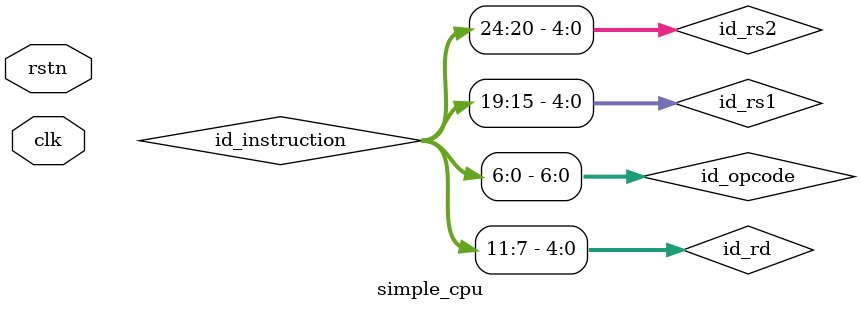
<source format=v>


module simple_cpu
#(parameter DATA_WIDTH = 32)(
  input clk,
  input rstn
);

///////////////////////////////////////////////////////////////////////////////
// TODO:  Declare all wires / registers that are needed
///////////////////////////////////////////////////////////////////////////////
// e.g., wire [DATA_WIDTH-1:0] if_pc_plus_4;
// 1) Pipeline registers (wires to / from pipeline register modules)
// 2) In / Out ports for other modules
// 3) Additional wires for multiplexers or other mdoules you instantiate

////////////////
// ### IF ### //
////////////////

wire [DATA_WIDTH-1:0] if_pc_plus_4;
wire [DATA_WIDTH-1:0] if_instruction;

// flush
wire ifid_flush;

////////////////
// ### ID ### //
////////////////

wire [DATA_WIDTH-1:0] id_PC;
wire [DATA_WIDTH-1:0] id_pc_plus_4;
wire [DATA_WIDTH-1:0] id_instruction;

// from register file 
wire [DATA_WIDTH-1:0] id_readdata1, id_readdata2;

// 5 bits for each (because there exist 32 registers)
wire [4:0] id_rs1, id_rs2, id_rd;

wire [6:0] id_opcode;
wire [6:0] id_funct7;
wire [2:0] id_funct3;

// control unit 
wire [1:0] id_jump;
wire id_branch;
wire id_memread;
wire id_memtoreg;
wire [1:0] id_aluop;
wire id_memwrite;
wire id_alusrc;

// signed extended immediate
wire [DATA_WIDTH-1:0] id_sextimm;

// flush
wire idex_flush;

////////////////
// ### EX ### //
////////////////

wire [DATA_WIDTH-1:0] ex_PC;
wire [DATA_WIDTH-1:0] ex_pc_plus_4;
wire [1:0] ex_jump;
wire ex_branch;
wire [1:0] ex_aluop;
wire ex_alusrc;
wire ex_memread;
wire ex_memwrite;
wire ex_memtoreg;
wire ex_regwrite;
wire [DATA_WIDTH-1:0] ex_sextimm;
wire [6:0] ex_funct7;
wire [2:0] ex_funct3;
wire [DATA_WIDTH-1:0] ex_readdata1;
wire [DATA_WIDTH-1:0] ex_readdata2;
wire [4:0] ex_rs1;
wire [4:0] ex_rs2;
wire [4:0] ex_rd;

wire [DATA_WIDTH-1:0] ex_pc_plus_offset;
wire [DATA_WIDTH-1:0] ex_pc_target;
wire ex_temp_taken;
wire ex_taken;
wire ex_check;
wire [DATA_WIDTH-1:0] ex_alu_result;
wire [3:0] ex_alu_func;
wire [DATA_WIDTH-1:0] ex_alu_in_a;
wire [DATA_WIDTH-1:0] ex_alu_in_b;
wire [DATA_WIDTH-1:0] ex_alu_in_b_temp;

// forwarding
wire [1:0] forward_a;
wire [1:0] forward_b;

// flush
wire exmem_flush;


////////////////
// ### MEM ### //
////////////////

wire [DATA_WIDTH-1:0] mem_pc_plus_4;
wire [DATA_WIDTH-1:0] mem_pc_target;
wire mem_taken;
wire [1:0] mem_jump;
wire mem_memread;
wire mem_memwrite;
wire mem_memtoreg;
wire mem_regwrite;
wire [DATA_WIDTH-1:0] mem_alu_result;
wire [DATA_WIDTH-1:0] mem_writedata;
wire [2:0] mem_funct3;
wire [4:0] mem_rd;

wire [DATA_WIDTH-1:0] mem_readdata;

////////////////
// ### WB ### //
////////////////

wire [DATA_WIDTH-1:0] wb_pc_plus_4; 
wire [1:0] wb_jump;      
wire wb_memtoreg;  
wire wb_regwrite;  
wire [DATA_WIDTH-1:0] wb_readdata;  
wire [DATA_WIDTH-1:0] wb_alu_result;
wire [4:0] wb_rd;        

// for RF write 
wire [DATA_WIDTH-1:0] wb_writedata; 

///////////////////////////////////////////////////////////////////////////////
// Instruction Fetch (IF)
///////////////////////////////////////////////////////////////////////////////

reg [DATA_WIDTH-1:0] PC;    // program counter (32 bits)

wire [DATA_WIDTH-1:0] NEXT_PC;

/* m_next_pc_adder */
adder m_pc_plus_4_adder(
  .in_a   (PC),
  .in_b   (32'h0000_0004),

  .result (if_pc_plus_4)
);

// next_pc 
// 2x1 mux
mux_2x1 m_next_pc_mux(
  .select  (mem_taken),
  .in1  (if_pc_plus_4),
  .in2  (mem_pc_target),

  .out  (NEXT_PC)
);

always @(posedge clk) begin
  if (rstn == 1'b0) begin
    PC <= 32'h00000000;
  end
  else PC <= NEXT_PC;
end

/* instruction: read current instruction from inst mem */
instruction_memory m_instruction_memory(
  .address        (PC),

  .instruction    (if_instruction)
);

/* forward to IF/ID stage registers */
ifid_reg m_ifid_reg(
  // TODO: Add flush or stall signal if it is needed
  .flush          (ifid_flush),
  .clk            (clk),
  .if_PC          (PC),
  .if_pc_plus_4   (if_pc_plus_4),
  .if_instruction (if_instruction),

  .id_PC          (id_PC),
  .id_pc_plus_4   (id_pc_plus_4),
  .id_instruction (id_instruction)
);


//////////////////////////////////////////////////////////////////////////////////
// Instruction Decode (ID)
//////////////////////////////////////////////////////////////////////////////////

/* m_hazard: hazard detection unit */
hazard m_hazard(
  // TODO: implement hazard detection unit & do wiring
  .taken (mem_taken),
  .ifid_flush (ifid_flush),
  .idex_flush (idex_flush),
  .exmem_flush (exmem_flush)
);

// instruction fields
assign id_opcode = id_instruction[6:0];

assign id_funct7 = id_instruction[31:25];
assign id_funct3 = id_instruction[14:12];

// R type
assign id_rs1 = id_instruction[19:15];
assign id_rs2 = id_instruction[24:20];
assign id_rd  = id_instruction[11:7];

/* m_control: control unit */
control m_control(
  .opcode     (id_opcode),

  .jump       (id_jump),
  .branch     (id_branch),
  .alu_op     (id_aluop),
  .alu_src    (id_alusrc),
  .mem_read   (id_memread),
  .mem_to_reg (id_memtoreg),
  .mem_write  (id_memwrite),
  .reg_write  (id_regwrite)
);

/* m_imm_generator: immediate generator */
immediate_generator m_immediate_generator(
  .instruction(id_instruction),

  .sextimm    (id_sextimm)
);

/* m_register_file: register file */
register_file m_register_file(
  .clk        (clk),
  .readreg1   (id_rs1),
  .readreg2   (id_rs2),
  .writereg   (wb_rd),
  .wen        (wb_regwrite),
  .writedata  (wb_writedata),

  .readdata1  (id_readdata1),
  .readdata2  (id_readdata2)
);

/* forward to ID/EX stage registers */
idex_reg m_idex_reg(
  // TODO: Add flush or stall signal if it is needed
  .flush        (idex_flush),
  .clk          (clk),
  .id_PC        (id_PC),
  .id_pc_plus_4 (id_pc_plus_4),
  .id_jump      (id_jump),
  .id_branch    (id_branch),
  .id_aluop     (id_aluop),
  .id_alusrc    (id_alusrc),
  .id_memread   (id_memread),
  .id_memwrite  (id_memwrite),
  .id_memtoreg  (id_memtoreg),
  .id_regwrite  (id_regwrite),
  .id_sextimm   (id_sextimm),
  .id_funct7    (id_funct7),
  .id_funct3    (id_funct3),
  .id_readdata1 (id_readdata1),
  .id_readdata2 (id_readdata2),
  .id_rs1       (id_rs1),
  .id_rs2       (id_rs2),
  .id_rd        (id_rd),

  .ex_PC        (ex_PC),
  .ex_pc_plus_4 (ex_pc_plus_4),
  .ex_jump      (ex_jump),
  .ex_branch    (ex_branch),
  .ex_aluop     (ex_aluop),
  .ex_alusrc    (ex_alusrc),
  .ex_memread   (ex_memread),
  .ex_memwrite  (ex_memwrite),
  .ex_memtoreg  (ex_memtoreg),
  .ex_regwrite  (ex_regwrite),
  .ex_sextimm   (ex_sextimm),
  .ex_funct7    (ex_funct7),
  .ex_funct3    (ex_funct3),
  .ex_readdata1 (ex_readdata1),
  .ex_readdata2 (ex_readdata2),
  .ex_rs1       (ex_rs1),
  .ex_rs2       (ex_rs2),
  .ex_rd        (ex_rd)
);

//////////////////////////////////////////////////////////////////////////////////
// Execute (EX) 
//////////////////////////////////////////////////////////////////////////////////

/* m_branch_target_adder: PC + imm for branch address */
adder m_branch_target_adder(
  .in_a   (ex_PC),
  .in_b   (ex_sextimm),

  .result (ex_pc_plus_offset)
);

// get pc_target
// 4x1 mux
mux_4x1 m_pc_target_mux(
  .select  (ex_jump),
  .in1  (32'h0000_0000), // dummy
  .in2  (ex_pc_plus_offset),
  .in3  (ex_pc_plus_offset),
  .in4  (ex_alu_result),

  .out  (ex_pc_target)
);

/* m_branch_control : checks T/NT */
branch_control m_branch_control(
  .branch (ex_branch),
  .check  (ex_check),
  
  .taken  (ex_temp_taken)
);

// OR jump and branch
// if jump or branch is checked, then taken
assign ex_taken = ex_temp_taken | ex_jump[1];

/* alu control : generates alu_func signal */
alu_control m_alu_control(
  .alu_op   (ex_aluop),
  .funct7   (ex_funct7),
  .funct3   (ex_funct3),

  .alu_func (ex_alu_func)
);

/* m_alu */
alu m_alu(
  .alu_func (ex_alu_func),
  .in_a     (ex_alu_in_a), 
  .in_b     (ex_alu_in_b), 

  .result   (ex_alu_result),
  .check    (ex_check)
);

// mux 2x1 for alu in_b source
mux_2x1 m_alu_src_mux(
  .select  (ex_alusrc),
  .in1  (ex_alu_in_b_temp),
  .in2  (ex_sextimm),

  .out  (ex_alu_in_b)
);

// alu sources regarding forwarding
mux_3x1 m_forward_a_mux(
  .select  (forward_a),
  .in1  (ex_readdata1),
  .in2  (mem_alu_result),
  .in3  (wb_writedata),

  .out  (ex_alu_in_a)
);

mux_3x1 m_forward_b_mux(
  .select  (forward_b),
  .in1  (ex_readdata2),
  .in2  (mem_alu_result),
  .in3  (wb_writedata),

  .out  (ex_alu_in_b_temp)
);

forwarding m_forwarding(
  .ex_rs1       (ex_rs1),
  .ex_rs2       (ex_rs2),
  .mem_regwrite (mem_regwrite),
  .mem_rd       (mem_rd),
  .wb_regwrite  (wb_regwrite),
  .wb_rd        (wb_rd),
  .forward_a    (forward_a),
  .forward_b    (forward_b)
);

/* forward to EX/MEM stage registers */
exmem_reg m_exmem_reg(
  // TODO: Add flush or stall signal if it is needed
  .flush          (exmem_flush),
  .clk            (clk),
  .ex_pc_plus_4   (ex_pc_plus_4),
  .ex_pc_target   (ex_pc_target), 
  .ex_taken       (ex_taken),     
  .ex_jump        (ex_jump),
  .ex_memread     (ex_memread),
  .ex_memwrite    (ex_memwrite),
  .ex_memtoreg    (ex_memtoreg),
  .ex_regwrite    (ex_regwrite),
  .ex_alu_result  (ex_alu_result),
  .ex_writedata   (ex_readdata2),
  .ex_funct3      (ex_funct3),
  .ex_rd          (ex_rd),
  
  .mem_pc_plus_4  (mem_pc_plus_4),
  .mem_pc_target  (mem_pc_target), 
  .mem_taken      (mem_taken),     
  .mem_jump       (mem_jump),
  .mem_memread    (mem_memread),
  .mem_memwrite   (mem_memwrite),
  .mem_memtoreg   (mem_memtoreg),
  .mem_regwrite   (mem_regwrite),
  .mem_alu_result (mem_alu_result),
  .mem_writedata  (mem_writedata),
  .mem_funct3     (mem_funct3),
  .mem_rd         (mem_rd)
);


//////////////////////////////////////////////////////////////////////////////////
// Memory (MEM) 
//////////////////////////////////////////////////////////////////////////////////

/* m_data_memory : main memory module */
data_memory m_data_memory(
  .clk         (clk),
  .address     (mem_alu_result),
  .write_data  (mem_writedata),
  .mem_read    (mem_memread),
  .mem_write   (mem_memwrite),
  .maskmode    (mem_funct3[1:0]),
  .sext        (mem_funct3[2]),

  .read_data   (mem_readdata)
);

/* forward to MEM/WB stage registers */
memwb_reg m_memwb_reg(
  // TODO: Add flush or stall signal if it is needed
  .clk            (clk),
  .mem_pc_plus_4  (mem_pc_plus_4),
  .mem_jump       (mem_jump),
  .mem_memtoreg   (mem_memtoreg),
  .mem_regwrite   (mem_regwrite),
  .mem_readdata   (mem_readdata),
  .mem_alu_result (mem_alu_result),
  .mem_rd         (mem_rd),

  .wb_pc_plus_4   (wb_pc_plus_4),
  .wb_jump        (wb_jump),
  .wb_memtoreg    (wb_memtoreg),
  .wb_regwrite    (wb_regwrite),
  .wb_readdata    (wb_readdata),
  .wb_alu_result  (wb_alu_result),
  .wb_rd          (wb_rd)
);

//////////////////////////////////////////////////////////////////////////////////
// Write Back (WB) 
//////////////////////////////////////////////////////////////////////////////////

// 4x1 mux to select RF_write data

mux_4x1 m_WB_mux_4x1(
  .select ({wb_memtoreg, wb_jump[1]}),
  .in1    (wb_alu_result), // R-type, I-type
  .in2    (wb_pc_plus_4), // jal, jalr
  .in3    (wb_readdata), // load
  .in4    (32'h0000_0000), // dummy
    
  .out    (wb_writedata)
);


endmodule

</source>
